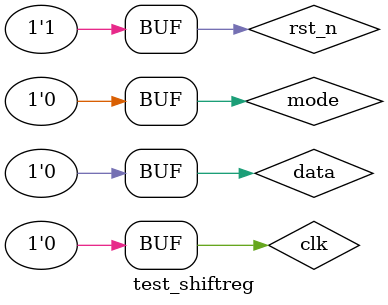
<source format=v>
`timescale 1ns / 1ps


module test_shiftreg;

	// Inputs
	reg mode;
	reg data;
	reg clk;
	reg rst_n;

	// Outputs
	wire [7:0] led;

	// Instantiate the Unit Under Test (UUT)
	shiftreg uut (
		.led(led), 
		.mode(mode), 
		.data(data), 
		.clk(clk), 
		.rst_n(rst_n)
	);

	initial begin
		// Initialize Inputs
		mode = 0;
		data = 0;
		clk = 0;
		rst_n = 0;

		// Wait 100 ns for global reset to finish
		#100;
		
		#10 mode=1; clk=1; rst_n=1;
		#10 clk=0; rst_n=0;
		#10 clk=1;
		#10 clk=0;
		#10 clk=1;
		#10 clk=0; rst_n=1;
		#10 clk=1;
		#10 clk=0;
		#10 clk=1;
		#10 clk=0;
		#10 clk=1;
		#10 clk=0;
		#10 clk=1;
		#10 clk=0;
		#10 clk=1;
		#10 clk=0;
		#10 mode=0; clk=1;
		#10 clk=0;
		#10 clk=1;
		#10 clk=0;
		#10 clk=1;
		#10 clk=0;
		#10 clk=1;
		#10 clk=0; data=1;
		#10 clk=1;
		#10 clk=0;
		#10 clk=1;
		#10 clk=0;
		#10 clk=1; data=0;
		#10 clk=0;
		#10 clk=1;
		#10 clk=0;
        
		// Add stimulus here

	end
      
endmodule


</source>
